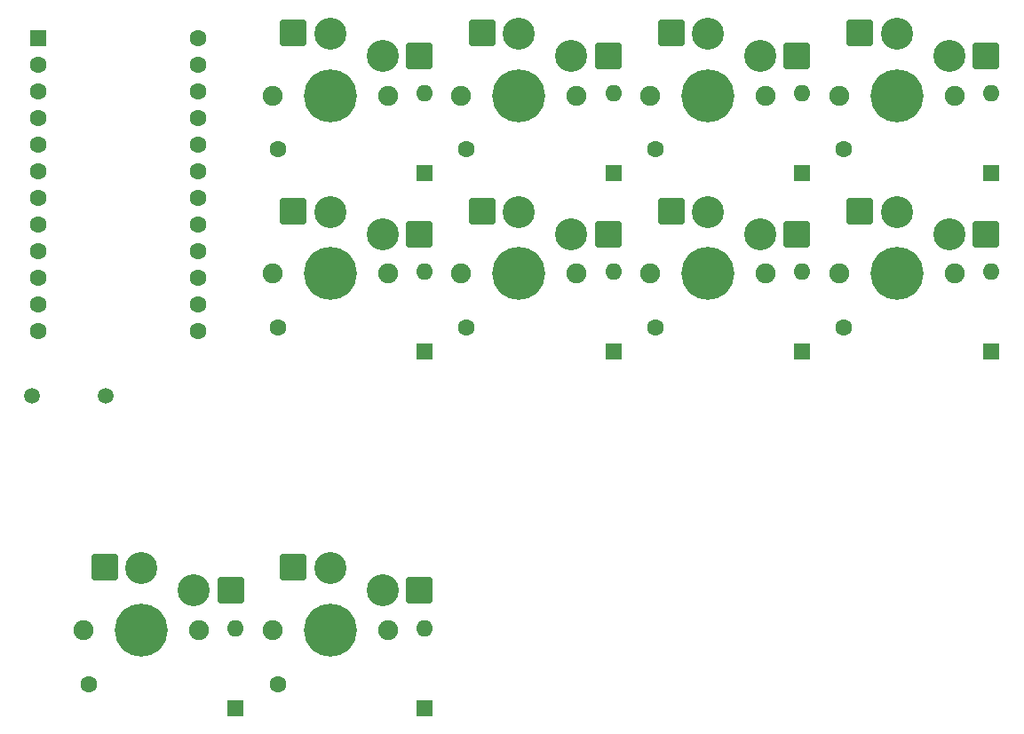
<source format=gbr>
%TF.GenerationSoftware,KiCad,Pcbnew,(6.0.9)*%
%TF.CreationDate,2022-12-21T17:39:27+05:00*%
%TF.ProjectId,vsrgkb-right,76737267-6b62-42d7-9269-6768742e6b69,rev?*%
%TF.SameCoordinates,Original*%
%TF.FileFunction,Soldermask,Bot*%
%TF.FilePolarity,Negative*%
%FSLAX46Y46*%
G04 Gerber Fmt 4.6, Leading zero omitted, Abs format (unit mm)*
G04 Created by KiCad (PCBNEW (6.0.9)) date 2022-12-21 17:39:27*
%MOMM*%
%LPD*%
G01*
G04 APERTURE LIST*
G04 Aperture macros list*
%AMRoundRect*
0 Rectangle with rounded corners*
0 $1 Rounding radius*
0 $2 $3 $4 $5 $6 $7 $8 $9 X,Y pos of 4 corners*
0 Add a 4 corners polygon primitive as box body*
4,1,4,$2,$3,$4,$5,$6,$7,$8,$9,$2,$3,0*
0 Add four circle primitives for the rounded corners*
1,1,$1+$1,$2,$3*
1,1,$1+$1,$4,$5*
1,1,$1+$1,$6,$7*
1,1,$1+$1,$8,$9*
0 Add four rect primitives between the rounded corners*
20,1,$1+$1,$2,$3,$4,$5,0*
20,1,$1+$1,$4,$5,$6,$7,0*
20,1,$1+$1,$6,$7,$8,$9,0*
20,1,$1+$1,$8,$9,$2,$3,0*%
G04 Aperture macros list end*
%ADD10R,1.600000X1.600000*%
%ADD11O,1.600000X1.600000*%
%ADD12C,3.050000*%
%ADD13C,1.900000*%
%ADD14C,5.050000*%
%ADD15C,1.600000*%
%ADD16RoundRect,0.250000X-1.025000X-1.000000X1.025000X-1.000000X1.025000X1.000000X-1.025000X1.000000X0*%
%ADD17C,1.500000*%
G04 APERTURE END LIST*
D10*
%TO.C,D9*%
X150750000Y-79687500D03*
D11*
X150750000Y-72067500D03*
%TD*%
D12*
%TO.C,SW8*%
X128750000Y-68450000D03*
D13*
X129250000Y-72250000D03*
X118250000Y-72250000D03*
D14*
X123750000Y-72250000D03*
D15*
X118750000Y-77400000D03*
D12*
X123750000Y-66350000D03*
D16*
X120250000Y-66250000D03*
X132250000Y-68450000D03*
%TD*%
%TO.C,SW10*%
X96250000Y-102450000D03*
X84250000Y-100250000D03*
D13*
X93250000Y-106250000D03*
D14*
X87750000Y-106250000D03*
D13*
X82250000Y-106250000D03*
D15*
X82750000Y-111400000D03*
D12*
X92750000Y-102450000D03*
X87750000Y-100350000D03*
%TD*%
D14*
%TO.C,SW4*%
X141750000Y-55250000D03*
D13*
X147250000Y-55250000D03*
D12*
X146750000Y-51450000D03*
X141750000Y-49350000D03*
D15*
X136750000Y-60400000D03*
D13*
X136250000Y-55250000D03*
D16*
X138250000Y-49250000D03*
X150250000Y-51450000D03*
%TD*%
D10*
%TO.C,D6*%
X96750000Y-79687500D03*
D11*
X96750000Y-72067500D03*
%TD*%
D10*
%TO.C,D2*%
X114750000Y-62687500D03*
D11*
X114750000Y-55067500D03*
%TD*%
D10*
%TO.C,D10*%
X96750000Y-113687500D03*
D11*
X96750000Y-106067500D03*
%TD*%
D13*
%TO.C,SW3*%
X118250000Y-55250000D03*
D12*
X123750000Y-49350000D03*
D14*
X123750000Y-55250000D03*
D12*
X128750000Y-51450000D03*
D13*
X129250000Y-55250000D03*
D15*
X118750000Y-60400000D03*
D16*
X120250000Y-49250000D03*
X132250000Y-51450000D03*
%TD*%
D12*
%TO.C,SW5*%
X69750000Y-100350000D03*
D13*
X64250000Y-106250000D03*
X75250000Y-106250000D03*
D14*
X69750000Y-106250000D03*
D12*
X74750000Y-102450000D03*
D15*
X64750000Y-111400000D03*
D16*
X66250000Y-100250000D03*
X78250000Y-102450000D03*
%TD*%
D11*
%TO.C,D7*%
X114750000Y-72067500D03*
D10*
X114750000Y-79687500D03*
%TD*%
%TO.C,U1*%
X59880000Y-49780000D03*
D15*
X59880000Y-52320000D03*
X59880000Y-54860000D03*
X59880000Y-57400000D03*
X59880000Y-59940000D03*
X59880000Y-62480000D03*
X59880000Y-65020000D03*
X59880000Y-67560000D03*
X59880000Y-70100000D03*
X59880000Y-72640000D03*
X59880000Y-75180000D03*
X59880000Y-77720000D03*
X75120000Y-77720000D03*
X75120000Y-75180000D03*
X75120000Y-72640000D03*
X75120000Y-70100000D03*
X75120000Y-67560000D03*
X75120000Y-65020000D03*
X75120000Y-62480000D03*
X75120000Y-59940000D03*
X75120000Y-57400000D03*
X75120000Y-54860000D03*
X75120000Y-52320000D03*
X75120000Y-49780000D03*
%TD*%
D12*
%TO.C,SW1*%
X92750000Y-51450000D03*
D13*
X93250000Y-55250000D03*
D14*
X87750000Y-55250000D03*
D12*
X87750000Y-49350000D03*
D15*
X82750000Y-60400000D03*
D13*
X82250000Y-55250000D03*
D16*
X84250000Y-49250000D03*
X96250000Y-51450000D03*
%TD*%
D12*
%TO.C,SW7*%
X110750000Y-68450000D03*
D14*
X105750000Y-72250000D03*
D13*
X100250000Y-72250000D03*
D15*
X100750000Y-77400000D03*
D12*
X105750000Y-66350000D03*
D13*
X111250000Y-72250000D03*
D16*
X102250000Y-66250000D03*
X114250000Y-68450000D03*
%TD*%
D10*
%TO.C,D4*%
X150750000Y-62687500D03*
D11*
X150750000Y-55067500D03*
%TD*%
D13*
%TO.C,SW2*%
X111250000Y-55250000D03*
X100250000Y-55250000D03*
D14*
X105750000Y-55250000D03*
D15*
X100750000Y-60400000D03*
D12*
X105750000Y-49350000D03*
X110750000Y-51450000D03*
D16*
X102250000Y-49250000D03*
X114250000Y-51450000D03*
%TD*%
D17*
%TO.C,J1*%
X66350000Y-83937500D03*
X59350000Y-83937500D03*
%TD*%
D10*
%TO.C,D3*%
X132750000Y-62687500D03*
D11*
X132750000Y-55067500D03*
%TD*%
D10*
%TO.C,D8*%
X132750000Y-79687500D03*
D11*
X132750000Y-72067500D03*
%TD*%
D10*
%TO.C,D1*%
X96750000Y-62687500D03*
D11*
X96750000Y-55067500D03*
%TD*%
D13*
%TO.C,SW6*%
X82250000Y-72250000D03*
D15*
X82750000Y-77400000D03*
D14*
X87750000Y-72250000D03*
D13*
X93250000Y-72250000D03*
D12*
X92750000Y-68450000D03*
X87750000Y-66350000D03*
D16*
X84250000Y-66250000D03*
X96250000Y-68450000D03*
%TD*%
D10*
%TO.C,D5*%
X78750000Y-113687500D03*
D11*
X78750000Y-106067500D03*
%TD*%
D13*
%TO.C,SW9*%
X136250000Y-72250000D03*
D12*
X146750000Y-68450000D03*
D13*
X147250000Y-72250000D03*
D12*
X141750000Y-66350000D03*
D15*
X136750000Y-77400000D03*
D14*
X141750000Y-72250000D03*
D16*
X138250000Y-66250000D03*
X150250000Y-68450000D03*
%TD*%
M02*

</source>
